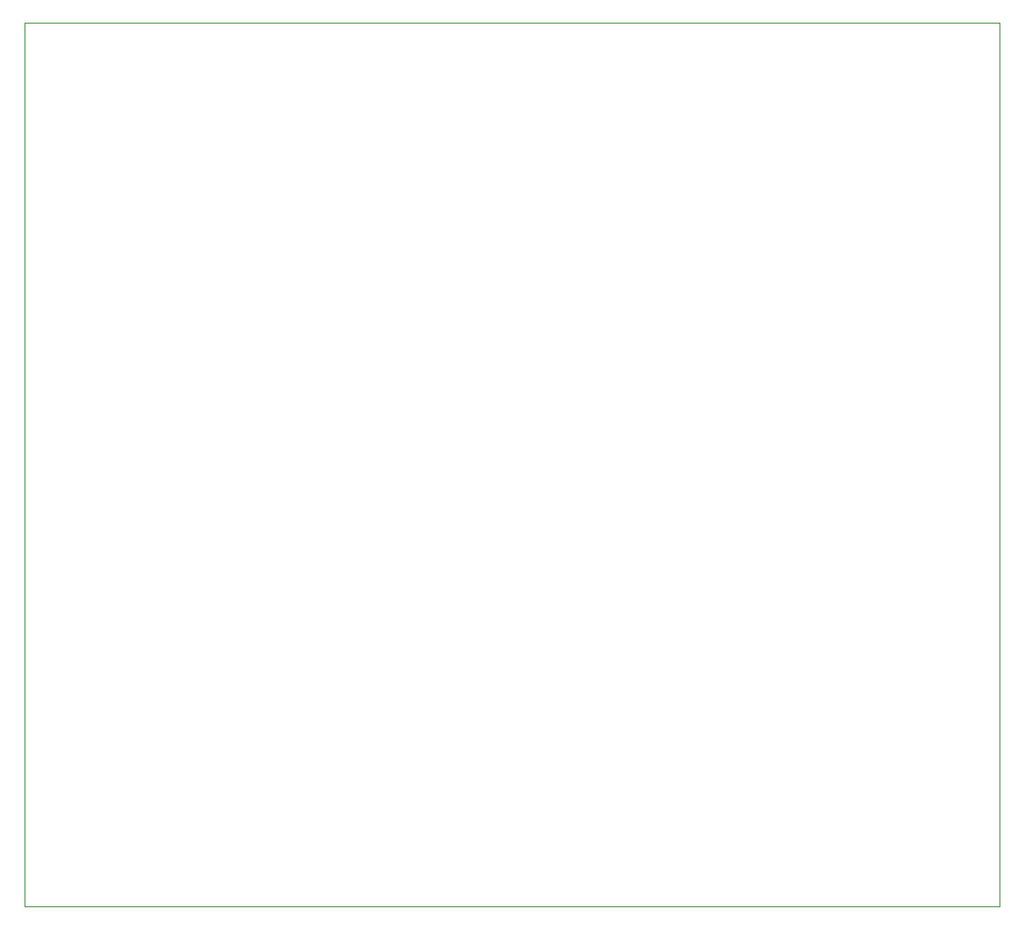
<source format=gbr>
%TF.GenerationSoftware,KiCad,Pcbnew,8.0.3*%
%TF.CreationDate,2024-07-02T16:04:09+02:00*%
%TF.ProjectId,sis5351a GPS controlled time base,73697335-3335-4316-9120-47505320636f,rev?*%
%TF.SameCoordinates,Original*%
%TF.FileFunction,Profile,NP*%
%FSLAX46Y46*%
G04 Gerber Fmt 4.6, Leading zero omitted, Abs format (unit mm)*
G04 Created by KiCad (PCBNEW 8.0.3) date 2024-07-02 16:04:09*
%MOMM*%
%LPD*%
G01*
G04 APERTURE LIST*
%TA.AperFunction,Profile*%
%ADD10C,0.100000*%
%TD*%
G04 APERTURE END LIST*
D10*
X124601600Y-55117000D02*
X215485400Y-55117000D01*
X215485400Y-137570400D01*
X124601600Y-137570400D01*
X124601600Y-55117000D01*
M02*

</source>
